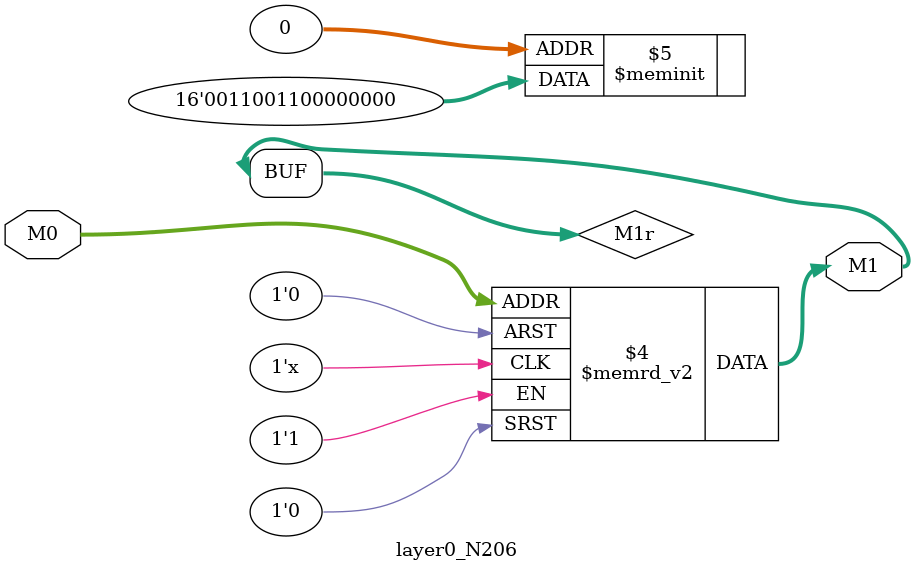
<source format=v>
module layer0_N206 ( input [2:0] M0, output [1:0] M1 );

	(*rom_style = "distributed" *) reg [1:0] M1r;
	assign M1 = M1r;
	always @ (M0) begin
		case (M0)
			3'b000: M1r = 2'b00;
			3'b100: M1r = 2'b11;
			3'b010: M1r = 2'b00;
			3'b110: M1r = 2'b11;
			3'b001: M1r = 2'b00;
			3'b101: M1r = 2'b00;
			3'b011: M1r = 2'b00;
			3'b111: M1r = 2'b00;

		endcase
	end
endmodule

</source>
